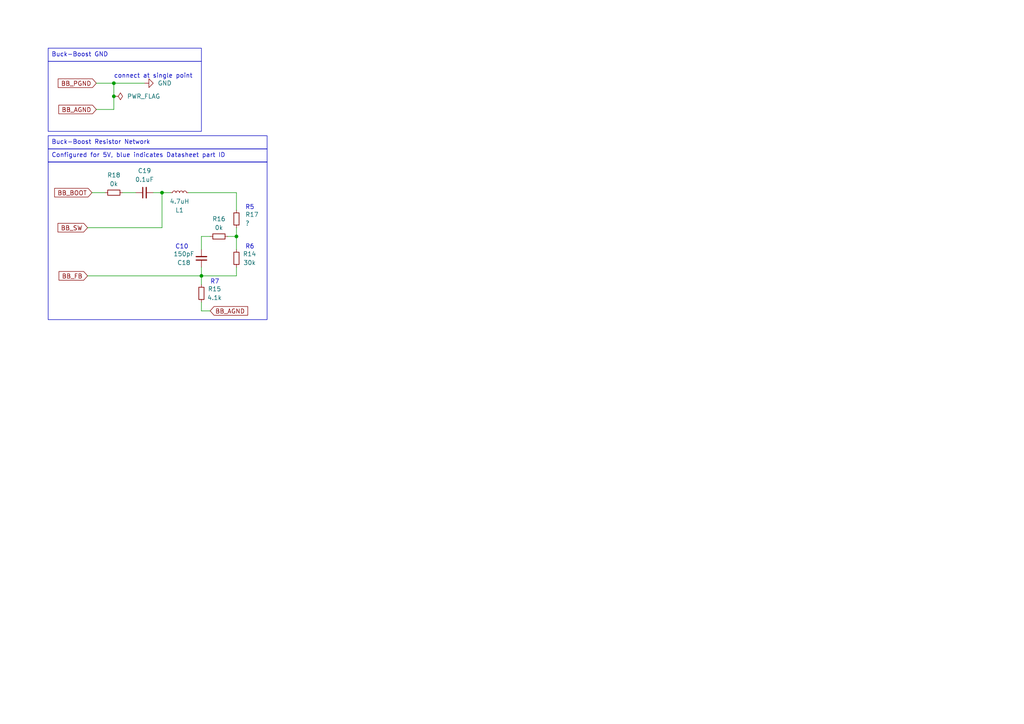
<source format=kicad_sch>
(kicad_sch (version 20230121) (generator eeschema)
  (paper "A4")
  (lib_symbols
    (symbol "Device:C_Small" (pin_numbers hide) (pin_names (offset 0.254) hide)
      (property "Reference" "C" (at 0.254 1.778 0))
      (property "Value" "C_Small" (at 0.254 -2.032 0))
      (symbol "C_Small_0_1"
        (polyline (pts (xy -1.524 -0.508) (xy 1.524 -0.508)) (stroke (width 0.3302)))
        (polyline (pts (xy -1.524 0.508) (xy 1.524 0.508)) (stroke (width 0.3048)))
      )
      (symbol "C_Small_1_1"
        (pin passive line (at 0 2.54 270) (length 2.032) (name "~") (number "1"))
        (pin passive line (at 0 -2.54 90) (length 2.032) (name "~") (number "2"))
      )
    )
    (symbol "Device:L_Small" (pin_numbers hide) (pin_names (offset 0.254) hide)
      (property "Reference" "L" (at 0.762 1.016 0))
      (property "Value" "L_Small" (at 0.762 -1.016 0))
      (symbol "L_Small_0_1"
        (arc (start 0 -2.032) (mid 0.5058 -1.524) (end 0 -1.016))
        (arc (start 0 -1.016) (mid 0.5058 -0.508) (end 0 0))
        (arc (start 0 0) (mid 0.5058 0.508) (end 0 1.016))
        (arc (start 0 1.016) (mid 0.5058 1.524) (end 0 2.032))
      )
      (symbol "L_Small_1_1"
        (pin passive line (at 0 2.54 270) (length 0.508) (name "~") (number "1"))
        (pin passive line (at 0 -2.54 90) (length 0.508) (name "~") (number "2"))
      )
    )
    (symbol "Device:R_Small" (pin_numbers hide) (pin_names (offset 0.254) hide)
      (property "Reference" "R" (at 0.762 0.508 0))
      (property "Value" "R_Small" (at 0.762 -1.016 0))
      (symbol "R_Small_0_1"
        (rectangle (start -0.762 1.778) (end 0.762 -1.778) (stroke (width 0.2032)))
      )
      (symbol "R_Small_1_1"
        (pin passive line (at 0 2.54 270) (length 0.762) (name "~") (number "1"))
        (pin passive line (at 0 -2.54 90) (length 0.762) (name "~") (number "2"))
      )
    )
    (symbol "power:GND" (power) (pin_names (offset 0))
      (property "Value" "GND" (at 0 -3.81 0))
      (symbol "GND_0_1"
        (polyline (pts (xy 0 0) (xy 0 -1.27) (xy 1.27 -1.27) (xy 0 -2.54) (xy -1.27 -1.27) (xy 0 -1.27)))
      )
      (symbol "GND_1_1"
        (pin power_in line (at 0 0 270) (length 0) hide (name "GND") (number "1"))
      )
    )
    (symbol "power:PWR_FLAG" (power) (pin_numbers hide) (pin_names (offset 0) hide)
      (property "Value" "PWR_FLAG" (at 0 3.81 0))
      (symbol "PWR_FLAG_0_0"
        (pin power_out line (at 0 0 90) (length 0) (name "pwr") (number "1"))
      )
      (symbol "PWR_FLAG_0_1"
        (polyline (pts (xy 0 0) (xy 0 1.27) (xy -1.016 1.905) (xy 0 2.54) (xy 1.016 1.905) (xy 0 1.27)))
      )
    )
  )
  (junction (at 58.42 80.01))
  (junction (at 33.02 24.13))
  (junction (at 46.99 55.88))
  (junction (at 33.02 27.94))
  (junction (at 68.58 68.58))
  (wire (pts (xy 60.96 68.58) (xy 58.42 68.58)))
  (wire (pts (xy 58.42 80.01) (xy 68.58 80.01)))
  (wire (pts (xy 46.99 55.88) (xy 49.53 55.88)))
  (wire (pts (xy 46.99 55.88) (xy 46.99 66.04)))
  (wire (pts (xy 58.42 80.01) (xy 58.42 82.55)))
  (wire (pts (xy 25.4 66.04) (xy 46.99 66.04)))
  (wire (pts (xy 54.61 55.88) (xy 68.58 55.88)))
  (wire (pts (xy 58.42 87.63) (xy 58.42 90.17)))
  (wire (pts (xy 33.02 27.94) (xy 33.02 31.75)))
  (wire (pts (xy 35.56 55.88) (xy 39.37 55.88)))
  (wire (pts (xy 58.42 90.17) (xy 60.96 90.17)))
  (wire (pts (xy 66.04 68.58) (xy 68.58 68.58)))
  (wire (pts (xy 27.94 31.75) (xy 33.02 31.75)))
  (wire (pts (xy 68.58 77.47) (xy 68.58 80.01)))
  (wire (pts (xy 44.45 55.88) (xy 46.99 55.88)))
  (wire (pts (xy 68.58 72.39) (xy 68.58 68.58)))
  (wire (pts (xy 58.42 77.47) (xy 58.42 80.01)))
  (wire (pts (xy 58.42 68.58) (xy 58.42 72.39)))
  (wire (pts (xy 68.58 66.04) (xy 68.58 68.58)))
  (wire (pts (xy 33.02 24.13) (xy 33.02 27.94)))
  (wire (pts (xy 68.58 55.88) (xy 68.58 60.96)))
  (wire (pts (xy 27.94 24.13) (xy 33.02 24.13)))
  (wire (pts (xy 26.67 55.88) (xy 30.48 55.88)))
  (wire (pts (xy 33.02 24.13) (xy 41.91 24.13)))
  (wire (pts (xy 25.4 80.01) (xy 58.42 80.01)))
  (rectangle (start 13.97 46.99) (end 77.47 92.71))
  (rectangle (start 13.97 17.78) (end 58.42 38.1))
  (text_box "Configured for 5V, blue indicates Datasheet part ID" (at 13.97 43.18 0) (size 63.5 3.81) (effects (font (size 1.27 1.27)) (justify left top)))
  (text_box "Buck-Boost Resistor Network" (at 13.97 39.37 0) (size 63.5 3.81) (effects (font (size 1.27 1.27)) (justify left top)))
  (text_box "Buck-Boost GND" (at 13.97 13.97 0) (size 44.45 3.81) (effects (font (size 1.27 1.27)) (justify left top)))
  (text "C10" (at 50.8 72.39 0) (effects (font (size 1.27 1.27)) (justify left bottom)))
  (text "connect at single point" (at 33.02 22.86 0) (effects (font (size 1.27 1.27)) (justify left bottom)))
  (text "R5" (at 71.12 60.96 0) (effects (font (size 1.27 1.27)) (justify left bottom)))
  (text "R6" (at 71.12 72.39 0) (effects (font (size 1.27 1.27)) (justify left bottom)))
  (text "R7" (at 60.96 82.55 0) (effects (font (size 1.27 1.27)) (justify left bottom)))
  (global_label "BB_FB" (shape input) (at 25.4 80.01 180) (property "Intersheetrefs" "${INTERSHEET_REFS}" (effects hide)))
  (global_label "BB_SW" (shape input) (at 25.4 66.04 180) (property "Intersheetrefs" "${INTERSHEET_REFS}" (effects hide)))
  (global_label "BB_BOOT" (shape input) (at 26.67 55.88 180) (property "Intersheetrefs" "${INTERSHEET_REFS}" (effects hide)))
  (global_label "BB_AGND" (shape input) (at 27.94 31.75 180) (property "Intersheetrefs" "${INTERSHEET_REFS}" (effects hide)))
  (global_label "BB_PGND" (shape input) (at 27.94 24.13 180) (property "Intersheetrefs" "${INTERSHEET_REFS}" (effects hide)))
  (global_label "BB_AGND" (shape input) (at 60.96 90.17 0) (property "Intersheetrefs" "${INTERSHEET_REFS}" (effects hide)))
  (symbol (lib_id "power:PWR_FLAG") (at 33.02 27.94 270) (unit 1)
    (property "Reference" "#FLG04" (effects hide))
    (property "Value" "PWR_FLAG" (at 36.83 27.94 90) (effects (justify left)))
  )
  (symbol (lib_id "Device:R_Small") (at 33.02 55.88 90) (unit 1)
    (property "Reference" "R18" (at 33.02 50.8 90))
    (property "Value" "0k" (at 33.02 53.34 90))
    (property "Footprint" "Resistor_SMD:R_0805_2012Metric" (effects hide))
  )
  (symbol (lib_id "Device:R_Small") (at 68.58 63.5 0) (unit 1)
    (property "Reference" "R17" (at 71.12 62.23 0) (effects (justify left)))
    (property "Value" "?" (at 71.12 64.77 0) (effects (justify left)))
    (property "Footprint" "Resistor_SMD:R_0805_2012Metric" (effects hide))
  )
  (symbol (lib_id "Device:R_Small") (at 63.5 68.58 90) (unit 1)
    (property "Reference" "R16" (at 63.5 63.5 90))
    (property "Value" "0k" (at 63.5 66.04 90))
    (property "Footprint" "Resistor_SMD:R_0805_2012Metric" (effects hide))
  )
  (symbol (lib_id "Device:R_Small") (at 58.42 85.09 0) (mirror y) (unit 1)
    (property "Reference" "R15" (at 62.23 83.82 0))
    (property "Value" "4.1k" (at 62.23 86.36 0))
    (property "Footprint" "Resistor_SMD:R_0805_2012Metric" (effects hide))
  )
  (symbol (lib_id "Device:C_Small") (at 41.91 55.88 90) (unit 1)
    (property "Reference" "C19" (at 41.9163 49.53 90))
    (property "Value" "0.1uF" (at 41.9163 52.07 90))
    (property "Footprint" "Capacitor_SMD:C_0805_2012Metric" (effects hide))
  )
  (symbol (lib_id "Device:L_Small") (at 52.07 55.88 270) (mirror x) (unit 1)
    (property "Reference" "L1" (at 52.07 60.96 90))
    (property "Value" "4.7uH" (at 52.07 58.42 90))
    (property "Footprint" "Inductor_SMD:L_10.4x10.4_H4.8" (effects hide))
  )
  (symbol (lib_id "power:GND") (at 41.91 24.13 90) (unit 1)
    (property "Reference" "#PWR026" (effects hide))
    (property "Value" "GND" (at 45.72 24.13 90) (effects (justify right)))
  )
  (symbol (lib_id "Device:C_Small") (at 58.42 74.93 0) (mirror x) (unit 1)
    (property "Reference" "C18" (at 53.3337 76.2 0))
    (property "Value" "150pF" (at 53.3337 73.66 0))
    (property "Footprint" "Capacitor_SMD:C_0805_2012Metric" (effects hide))
  )
  (symbol (lib_id "Device:R_Small") (at 68.58 74.93 0) (mirror x) (unit 1)
    (property "Reference" "R14" (at 72.39 73.66 0))
    (property "Value" "30k" (at 72.39 76.2 0))
    (property "Footprint" "Resistor_SMD:R_0805_2012Metric" (effects hide))
  )
)
</source>
